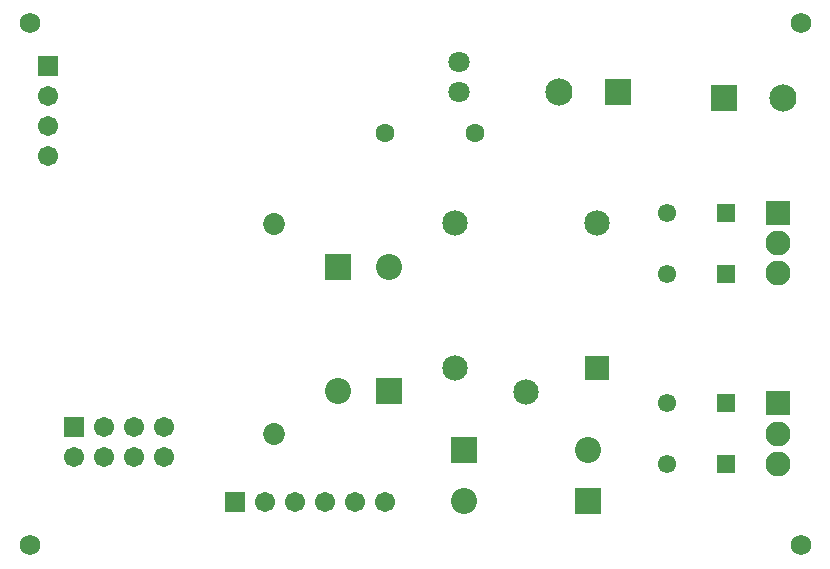
<source format=gbr>
%TF.GenerationSoftware,Altium Limited,Altium Designer,21.0.9 (235)*%
G04 Layer_Color=16711935*
%FSLAX45Y45*%
%MOMM*%
%TF.SameCoordinates,CD0AAE9F-0E9C-42BF-811C-419C72380B22*%
%TF.FilePolarity,Negative*%
%TF.FileFunction,Soldermask,Bot*%
%TF.Part,Single*%
G01*
G75*
%TA.AperFunction,ComponentPad*%
%ADD31R,1.70320X1.70320*%
%ADD32C,1.70320*%
%ADD33R,1.70320X1.70320*%
%ADD34C,2.30320*%
%ADD35R,2.30320X2.30320*%
%TA.AperFunction,WasherPad*%
%ADD36C,1.72720*%
%TA.AperFunction,ComponentPad*%
%ADD37C,2.20320*%
%ADD38R,2.20320X2.20320*%
%ADD39C,1.85320*%
%ADD40R,2.20320X2.20320*%
%ADD41C,2.15320*%
%ADD42R,2.15320X2.15320*%
%ADD43C,1.60320*%
%ADD44C,1.80320*%
%ADD45C,1.55320*%
%ADD46R,1.55320X1.55320*%
%ADD47R,2.11320X2.11320*%
%ADD48C,2.11320*%
D31*
X381000Y4292603D02*
D03*
D32*
Y4038603D02*
D03*
Y3784603D02*
D03*
Y3530603D02*
D03*
X1361295Y981532D02*
D03*
X1107295D02*
D03*
X853295D02*
D03*
X599295D02*
D03*
X853295Y1235532D02*
D03*
X1107295D02*
D03*
X1361295D02*
D03*
X2219434Y602772D02*
D03*
X2473434D02*
D03*
X2727434D02*
D03*
X2981434D02*
D03*
X3235434D02*
D03*
D33*
X599295Y1235532D02*
D03*
X1965434Y602772D02*
D03*
D34*
X6603474Y4023253D02*
D03*
X4711555Y4073251D02*
D03*
D35*
X6103475Y4023253D02*
D03*
X5211554Y4073251D02*
D03*
D36*
X230614Y4658253D02*
D03*
Y238025D02*
D03*
X6755874D02*
D03*
Y4658253D02*
D03*
D37*
X3908077Y615772D02*
D03*
X4954074Y1045032D02*
D03*
X2842115Y1543533D02*
D03*
X3268835Y2589530D02*
D03*
D38*
X4954074Y615772D02*
D03*
X3908077Y1045032D02*
D03*
D39*
X2298555Y2955534D02*
D03*
Y1177534D02*
D03*
D40*
X2842115Y2589530D02*
D03*
X3268835Y1543533D02*
D03*
D41*
X4431073Y1538575D02*
D03*
X3831074Y1738574D02*
D03*
Y2968574D02*
D03*
X5031077D02*
D03*
D42*
Y1738574D02*
D03*
D43*
X3238386Y3724732D02*
D03*
X4000386D02*
D03*
D44*
X3859573Y4076253D02*
D03*
Y4330253D02*
D03*
D45*
X5619793Y928736D02*
D03*
Y1438732D02*
D03*
Y3049092D02*
D03*
Y2530932D02*
D03*
D46*
X6119797Y928731D02*
D03*
Y1438732D02*
D03*
Y3049092D02*
D03*
Y2530932D02*
D03*
D47*
X6567477Y1438732D02*
D03*
Y3049092D02*
D03*
D48*
Y1183731D02*
D03*
Y928731D02*
D03*
Y2794091D02*
D03*
Y2539091D02*
D03*
%TF.MD5,9ec68d94236fc93fff415a83c90acf24*%
M02*

</source>
